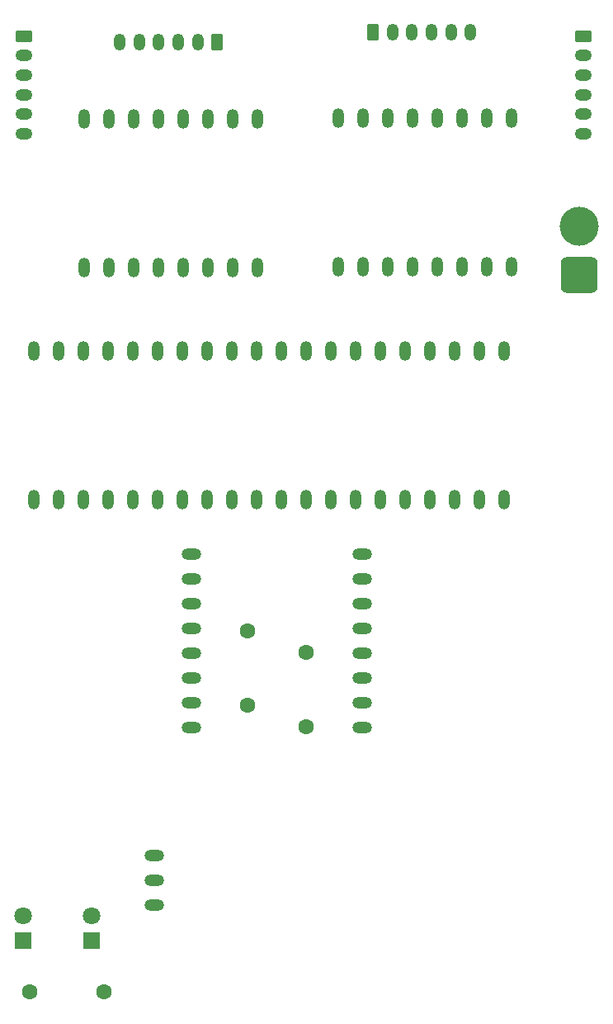
<source format=gbr>
%TF.GenerationSoftware,KiCad,Pcbnew,9.0.5*%
%TF.CreationDate,2025-10-05T18:23:17+01:00*%
%TF.ProjectId,Board,426f6172-642e-46b6-9963-61645f706362,v1*%
%TF.SameCoordinates,Original*%
%TF.FileFunction,Soldermask,Top*%
%TF.FilePolarity,Negative*%
%FSLAX46Y46*%
G04 Gerber Fmt 4.6, Leading zero omitted, Abs format (unit mm)*
G04 Created by KiCad (PCBNEW 9.0.5) date 2025-10-05 18:23:17*
%MOMM*%
%LPD*%
G01*
G04 APERTURE LIST*
G04 Aperture macros list*
%AMRoundRect*
0 Rectangle with rounded corners*
0 $1 Rounding radius*
0 $2 $3 $4 $5 $6 $7 $8 $9 X,Y pos of 4 corners*
0 Add a 4 corners polygon primitive as box body*
4,1,4,$2,$3,$4,$5,$6,$7,$8,$9,$2,$3,0*
0 Add four circle primitives for the rounded corners*
1,1,$1+$1,$2,$3*
1,1,$1+$1,$4,$5*
1,1,$1+$1,$6,$7*
1,1,$1+$1,$8,$9*
0 Add four rect primitives between the rounded corners*
20,1,$1+$1,$2,$3,$4,$5,0*
20,1,$1+$1,$4,$5,$6,$7,0*
20,1,$1+$1,$6,$7,$8,$9,0*
20,1,$1+$1,$8,$9,$2,$3,0*%
G04 Aperture macros list end*
%ADD10C,1.600000*%
%ADD11O,2.000000X1.200000*%
%ADD12O,1.200000X2.000000*%
%ADD13RoundRect,0.250000X-0.350000X-0.625000X0.350000X-0.625000X0.350000X0.625000X-0.350000X0.625000X0*%
%ADD14O,1.200000X1.750000*%
%ADD15RoundRect,0.760000X1.140000X-1.140000X1.140000X1.140000X-1.140000X1.140000X-1.140000X-1.140000X0*%
%ADD16C,4.000000*%
%ADD17RoundRect,0.250000X-0.625000X0.350000X-0.625000X-0.350000X0.625000X-0.350000X0.625000X0.350000X0*%
%ADD18O,1.750000X1.200000*%
%ADD19R,1.800000X1.800000*%
%ADD20C,1.800000*%
%ADD21RoundRect,0.250000X0.350000X0.625000X-0.350000X0.625000X-0.350000X-0.625000X0.350000X-0.625000X0*%
G04 APERTURE END LIST*
D10*
%TO.C,R1*%
X109647540Y-141972470D03*
X117267540Y-141972470D03*
%TD*%
D11*
%TO.C,RS1*%
X122462868Y-127961715D03*
X122462868Y-130501715D03*
X122462868Y-133041715D03*
%TD*%
D12*
%TO.C,DR2*%
X125420000Y-52500000D03*
X127960000Y-52500000D03*
X122880000Y-52500000D03*
X120340000Y-52500000D03*
X117800000Y-52500000D03*
X117800000Y-67740000D03*
X120340000Y-67740000D03*
X122880000Y-67740000D03*
X115260000Y-67740000D03*
X115260000Y-52500000D03*
X125420000Y-67740000D03*
X130500000Y-52500000D03*
X127960000Y-67740000D03*
X130500000Y-67740000D03*
X133040000Y-67740000D03*
X133040000Y-52500000D03*
%TD*%
D13*
%TO.C,MJ2*%
X144890000Y-43620000D03*
D14*
X146890000Y-43620000D03*
X148890000Y-43620000D03*
X150890000Y-43620000D03*
X152890000Y-43620000D03*
X154890000Y-43620000D03*
%TD*%
D10*
%TO.C,R3*%
X138000000Y-114810000D03*
X138000000Y-107190000D03*
%TD*%
D12*
%TO.C,U1*%
X158320000Y-76280000D03*
X155780000Y-76280000D03*
X153240000Y-76280000D03*
X150700000Y-76280000D03*
X148160000Y-76280000D03*
X145620000Y-76280000D03*
X143080000Y-76280000D03*
X140540000Y-76280000D03*
X138000000Y-76280000D03*
X135460000Y-76280000D03*
X132920000Y-76280000D03*
X130380000Y-76280000D03*
X127840000Y-76280000D03*
X125300000Y-76280000D03*
X122760000Y-76280000D03*
X120220000Y-76280000D03*
X117680000Y-76280000D03*
X112600000Y-76280000D03*
X115140000Y-76280000D03*
X110060000Y-91500000D03*
X112600000Y-91500000D03*
X115140000Y-91500000D03*
X117680000Y-91500000D03*
X120220000Y-91500000D03*
X122760000Y-91500000D03*
X125300000Y-91500000D03*
X127840000Y-91500000D03*
X130380000Y-91500000D03*
X132920000Y-91500000D03*
X135460000Y-91500000D03*
X138000000Y-91500000D03*
X140540000Y-91500000D03*
X143080000Y-91500000D03*
X145620000Y-91500000D03*
X148160000Y-91500000D03*
X150700000Y-91500000D03*
X155780000Y-91500000D03*
X158320000Y-91500000D03*
X110060000Y-76280000D03*
X153240000Y-91500000D03*
%TD*%
D15*
%TO.C,J1*%
X166000000Y-68500000D03*
D16*
X166000000Y-63500000D03*
%TD*%
D17*
%TO.C,MJ4*%
X109050000Y-44000000D03*
D18*
X109050000Y-46000000D03*
X109050000Y-48000000D03*
X109050000Y-50000000D03*
X109050000Y-52000000D03*
X109050000Y-54000000D03*
%TD*%
D19*
%TO.C,D2*%
X115994869Y-136759430D03*
D20*
X115994869Y-134219430D03*
%TD*%
D21*
%TO.C,MJ3*%
X128890000Y-44620000D03*
D14*
X126890000Y-44620000D03*
X124890000Y-44620000D03*
X122890000Y-44620000D03*
X120890000Y-44620000D03*
X118890000Y-44620000D03*
%TD*%
D19*
%TO.C,D1*%
X108999691Y-136759430D03*
D20*
X108999691Y-134219430D03*
%TD*%
D17*
%TO.C,MJ1*%
X166500000Y-44000000D03*
D18*
X166500000Y-46000000D03*
X166500000Y-48000000D03*
X166500000Y-50000000D03*
X166500000Y-52000000D03*
X166500000Y-54000000D03*
%TD*%
D10*
%TO.C,R2*%
X131975312Y-112598279D03*
X131975312Y-104978279D03*
%TD*%
D11*
%TO.C,S1*%
X126250000Y-107270000D03*
X126250000Y-104730000D03*
X126250000Y-102190000D03*
X126250000Y-97110000D03*
X126250000Y-99650000D03*
X126250000Y-109810000D03*
X126250000Y-112350000D03*
X126250000Y-114890000D03*
%TD*%
%TO.C,S2*%
X143750000Y-104730000D03*
X143750000Y-107270000D03*
X143750000Y-109810000D03*
X143750000Y-114890000D03*
X143750000Y-112350000D03*
X143750000Y-102190000D03*
X143750000Y-99650000D03*
X143750000Y-97110000D03*
%TD*%
D12*
%TO.C,DR1*%
X151510000Y-52380000D03*
X154050000Y-52380000D03*
X148970000Y-52380000D03*
X146430000Y-52380000D03*
X143890000Y-52380000D03*
X143890000Y-67620000D03*
X146430000Y-67620000D03*
X148970000Y-67620000D03*
X141350000Y-67620000D03*
X141350000Y-52380000D03*
X151510000Y-67620000D03*
X156590000Y-52380000D03*
X154050000Y-67620000D03*
X156590000Y-67620000D03*
X159130000Y-67620000D03*
X159130000Y-52380000D03*
%TD*%
M02*

</source>
